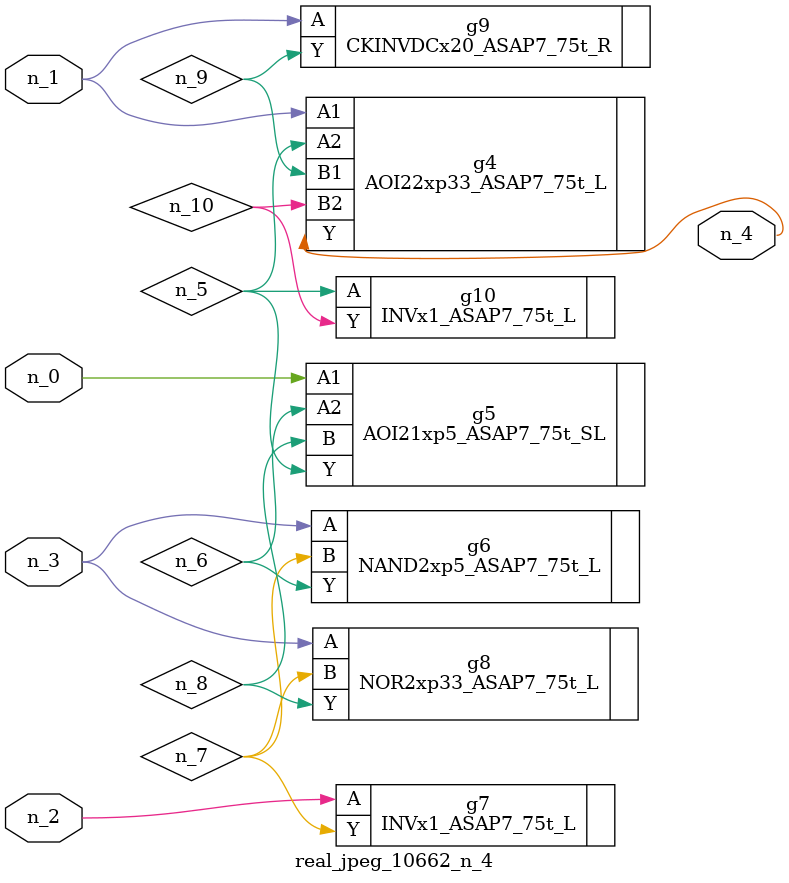
<source format=v>
module real_jpeg_10662_n_4 (n_3, n_1, n_0, n_2, n_4);

input n_3;
input n_1;
input n_0;
input n_2;

output n_4;

wire n_5;
wire n_8;
wire n_6;
wire n_7;
wire n_10;
wire n_9;

AOI21xp5_ASAP7_75t_SL g5 ( 
.A1(n_0),
.A2(n_6),
.B(n_8),
.Y(n_5)
);

AOI22xp33_ASAP7_75t_L g4 ( 
.A1(n_1),
.A2(n_5),
.B1(n_9),
.B2(n_10),
.Y(n_4)
);

CKINVDCx20_ASAP7_75t_R g9 ( 
.A(n_1),
.Y(n_9)
);

INVx1_ASAP7_75t_L g7 ( 
.A(n_2),
.Y(n_7)
);

NAND2xp5_ASAP7_75t_L g6 ( 
.A(n_3),
.B(n_7),
.Y(n_6)
);

NOR2xp33_ASAP7_75t_L g8 ( 
.A(n_3),
.B(n_7),
.Y(n_8)
);

INVx1_ASAP7_75t_L g10 ( 
.A(n_5),
.Y(n_10)
);


endmodule
</source>
